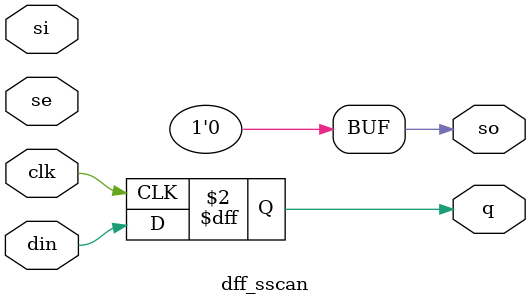
<source format=v>
module dff_sscan (din, clk, q, se, si, so);
parameter SIZE = 1;
input	[SIZE-1:0]	din ;	
input			clk ;	
output	[SIZE-1:0]	q ;	
input			se ;	
input	[SIZE-1:0]	si ;	
output	[SIZE-1:0]	so ;	
reg 	[SIZE-1:0]	q ;
`ifdef CONNECT_SHADOW_SCAN
always @ (posedge clk)
	q[SIZE-1:0]  <= (se) ? si[SIZE-1:0]  : din[SIZE-1:0] ;
assign so[SIZE-1:0] = q[SIZE-1:0] ;
`else
always @ (posedge clk)
  q[SIZE-1:0]  <= din[SIZE-1:0] ;
assign so={SIZE{1'b0}};
`endif
endmodule
</source>
